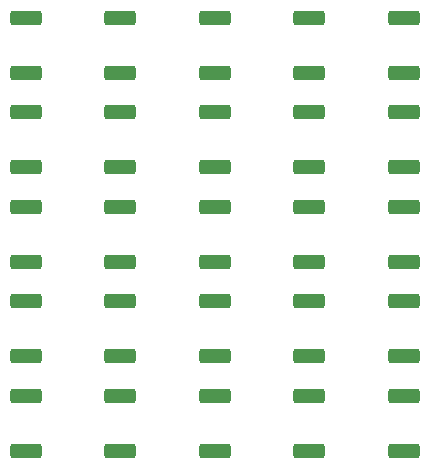
<source format=gbr>
%TF.GenerationSoftware,KiCad,Pcbnew,(6.0.1)*%
%TF.CreationDate,2022-11-17T20:37:07-05:00*%
%TF.ProjectId,ThermixelGrid,54686572-6d69-4786-956c-477269642e6b,rev?*%
%TF.SameCoordinates,Original*%
%TF.FileFunction,Paste,Top*%
%TF.FilePolarity,Positive*%
%FSLAX46Y46*%
G04 Gerber Fmt 4.6, Leading zero omitted, Abs format (unit mm)*
G04 Created by KiCad (PCBNEW (6.0.1)) date 2022-11-17 20:37:07*
%MOMM*%
%LPD*%
G01*
G04 APERTURE LIST*
G04 Aperture macros list*
%AMRoundRect*
0 Rectangle with rounded corners*
0 $1 Rounding radius*
0 $2 $3 $4 $5 $6 $7 $8 $9 X,Y pos of 4 corners*
0 Add a 4 corners polygon primitive as box body*
4,1,4,$2,$3,$4,$5,$6,$7,$8,$9,$2,$3,0*
0 Add four circle primitives for the rounded corners*
1,1,$1+$1,$2,$3*
1,1,$1+$1,$4,$5*
1,1,$1+$1,$6,$7*
1,1,$1+$1,$8,$9*
0 Add four rect primitives between the rounded corners*
20,1,$1+$1,$2,$3,$4,$5,0*
20,1,$1+$1,$4,$5,$6,$7,0*
20,1,$1+$1,$6,$7,$8,$9,0*
20,1,$1+$1,$8,$9,$2,$3,0*%
G04 Aperture macros list end*
%ADD10RoundRect,0.250000X-1.075000X0.362500X-1.075000X-0.362500X1.075000X-0.362500X1.075000X0.362500X0*%
G04 APERTURE END LIST*
D10*
%TO.C,R1*%
X4000000Y-1687500D03*
X4000000Y-6312500D03*
%TD*%
%TO.C,R2*%
X12000000Y-1687500D03*
X12000000Y-6312500D03*
%TD*%
%TO.C,R3*%
X20000000Y-1687500D03*
X20000000Y-6312500D03*
%TD*%
%TO.C,R4*%
X28000000Y-1687500D03*
X28000000Y-6312500D03*
%TD*%
%TO.C,R5*%
X36000000Y-1687500D03*
X36000000Y-6312500D03*
%TD*%
%TO.C,R6*%
X4000000Y-9687500D03*
X4000000Y-14312500D03*
%TD*%
%TO.C,R7*%
X12000000Y-9687500D03*
X12000000Y-14312500D03*
%TD*%
%TO.C,R8*%
X20000000Y-9687500D03*
X20000000Y-14312500D03*
%TD*%
%TO.C,R9*%
X28000000Y-9687500D03*
X28000000Y-14312500D03*
%TD*%
%TO.C,R10*%
X36000000Y-9687500D03*
X36000000Y-14312500D03*
%TD*%
%TO.C,R11*%
X4000000Y-17687500D03*
X4000000Y-22312500D03*
%TD*%
%TO.C,R12*%
X12000000Y-17687500D03*
X12000000Y-22312500D03*
%TD*%
%TO.C,R13*%
X20000000Y-17687500D03*
X20000000Y-22312500D03*
%TD*%
%TO.C,R14*%
X28000000Y-17687500D03*
X28000000Y-22312500D03*
%TD*%
%TO.C,R15*%
X36000000Y-17687500D03*
X36000000Y-22312500D03*
%TD*%
%TO.C,R16*%
X4000000Y-25687500D03*
X4000000Y-30312500D03*
%TD*%
%TO.C,R17*%
X12000000Y-25687500D03*
X12000000Y-30312500D03*
%TD*%
%TO.C,R18*%
X20000000Y-25687500D03*
X20000000Y-30312500D03*
%TD*%
%TO.C,R19*%
X28000000Y-25687500D03*
X28000000Y-30312500D03*
%TD*%
%TO.C,R20*%
X36000000Y-25687500D03*
X36000000Y-30312500D03*
%TD*%
%TO.C,R21*%
X4000000Y-33687500D03*
X4000000Y-38312500D03*
%TD*%
%TO.C,R22*%
X12000000Y-33687500D03*
X12000000Y-38312500D03*
%TD*%
%TO.C,R23*%
X20000000Y-33687500D03*
X20000000Y-38312500D03*
%TD*%
%TO.C,R24*%
X28000000Y-33687500D03*
X28000000Y-38312500D03*
%TD*%
%TO.C,R25*%
X36000000Y-33687500D03*
X36000000Y-38312500D03*
%TD*%
M02*

</source>
